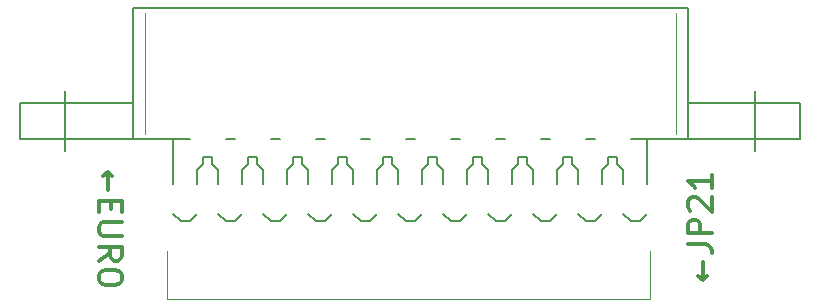
<source format=gto>
G04 #@! TF.GenerationSoftware,KiCad,Pcbnew,(5.1.0)-1*
G04 #@! TF.CreationDate,2019-08-12T14:02:22-04:00*
G04 #@! TF.ProjectId,JP21M_to_EUROF,4a503231-4d5f-4746-9f5f-4555524f462e,rev?*
G04 #@! TF.SameCoordinates,Original*
G04 #@! TF.FileFunction,Legend,Top*
G04 #@! TF.FilePolarity,Positive*
%FSLAX46Y46*%
G04 Gerber Fmt 4.6, Leading zero omitted, Abs format (unit mm)*
G04 Created by KiCad (PCBNEW (5.1.0)-1) date 2019-08-12 14:02:22*
%MOMM*%
%LPD*%
G04 APERTURE LIST*
%ADD10C,0.300000*%
%ADD11C,0.152400*%
%ADD12C,0.050800*%
%ADD13C,0.120000*%
G04 APERTURE END LIST*
D10*
X158542857Y-90804761D02*
X158542857Y-92328571D01*
X158923809Y-91947619D02*
X158542857Y-92328571D01*
X158161904Y-91947619D01*
X157304761Y-89280952D02*
X158733333Y-89280952D01*
X159019047Y-89376190D01*
X159209523Y-89566666D01*
X159304761Y-89852380D01*
X159304761Y-90042857D01*
X159304761Y-88328571D02*
X157304761Y-88328571D01*
X157304761Y-87566666D01*
X157400000Y-87376190D01*
X157495238Y-87280952D01*
X157685714Y-87185714D01*
X157971428Y-87185714D01*
X158161904Y-87280952D01*
X158257142Y-87376190D01*
X158352380Y-87566666D01*
X158352380Y-88328571D01*
X157495238Y-86423809D02*
X157400000Y-86328571D01*
X157304761Y-86138095D01*
X157304761Y-85661904D01*
X157400000Y-85471428D01*
X157495238Y-85376190D01*
X157685714Y-85280952D01*
X157876190Y-85280952D01*
X158161904Y-85376190D01*
X159304761Y-86519047D01*
X159304761Y-85280952D01*
X159304761Y-83376190D02*
X159304761Y-84519047D01*
X159304761Y-83947619D02*
X157304761Y-83947619D01*
X157590476Y-84138095D01*
X157780952Y-84328571D01*
X157876190Y-84519047D01*
X108157142Y-84661904D02*
X108157142Y-83138095D01*
X107776190Y-83519047D02*
X108157142Y-83138095D01*
X108538095Y-83519047D01*
X108442857Y-85614285D02*
X108442857Y-86280952D01*
X107395238Y-86566666D02*
X107395238Y-85614285D01*
X109395238Y-85614285D01*
X109395238Y-86566666D01*
X109395238Y-87423809D02*
X107776190Y-87423809D01*
X107585714Y-87519047D01*
X107490476Y-87614285D01*
X107395238Y-87804761D01*
X107395238Y-88185714D01*
X107490476Y-88376190D01*
X107585714Y-88471428D01*
X107776190Y-88566666D01*
X109395238Y-88566666D01*
X107395238Y-90661904D02*
X108347619Y-89995238D01*
X107395238Y-89519047D02*
X109395238Y-89519047D01*
X109395238Y-90280952D01*
X109300000Y-90471428D01*
X109204761Y-90566666D01*
X109014285Y-90661904D01*
X108728571Y-90661904D01*
X108538095Y-90566666D01*
X108442857Y-90471428D01*
X108347619Y-90280952D01*
X108347619Y-89519047D01*
X109395238Y-91900000D02*
X109395238Y-92280952D01*
X109300000Y-92471428D01*
X109109523Y-92661904D01*
X108728571Y-92757142D01*
X108061904Y-92757142D01*
X107680952Y-92661904D01*
X107490476Y-92471428D01*
X107395238Y-92280952D01*
X107395238Y-91900000D01*
X107490476Y-91709523D01*
X107680952Y-91519047D01*
X108061904Y-91423809D01*
X108728571Y-91423809D01*
X109109523Y-91519047D01*
X109300000Y-91709523D01*
X109395238Y-91900000D01*
D11*
X163010000Y-76286000D02*
X163010000Y-81366000D01*
X104590000Y-76286000D02*
X104590000Y-81366000D01*
D12*
X156279000Y-79969000D02*
X156279000Y-69682000D01*
D11*
X157295000Y-69301000D02*
X157295000Y-77302000D01*
X166820000Y-77302000D02*
X157295000Y-77302000D01*
X166820000Y-77302000D02*
X166820000Y-80350000D01*
X157295000Y-80350000D02*
X166820000Y-80350000D01*
X157295000Y-77302000D02*
X157295000Y-80350000D01*
X153866000Y-80350000D02*
X157295000Y-80350000D01*
X153866000Y-80350000D02*
X153866000Y-84160000D01*
X153231000Y-87335000D02*
X153866000Y-86700000D01*
X152469000Y-87335000D02*
X153231000Y-87335000D01*
X151834000Y-86700000D02*
X152469000Y-87335000D01*
X152469000Y-80350000D02*
X153866000Y-80350000D01*
X151834000Y-83017000D02*
X151834000Y-84160000D01*
X151326000Y-82509000D02*
X151834000Y-83017000D01*
X151326000Y-81874000D02*
X151326000Y-82509000D01*
X150564000Y-81874000D02*
X151326000Y-81874000D01*
X150564000Y-82509000D02*
X150564000Y-81874000D01*
X150056000Y-83017000D02*
X150564000Y-82509000D01*
X150056000Y-84160000D02*
X150056000Y-83017000D01*
X149421000Y-87335000D02*
X150056000Y-86700000D01*
X148659000Y-87335000D02*
X149421000Y-87335000D01*
X148024000Y-86700000D02*
X148659000Y-87335000D01*
X148024000Y-83017000D02*
X148024000Y-84160000D01*
X147516000Y-82509000D02*
X148024000Y-83017000D01*
X147516000Y-81874000D02*
X147516000Y-82509000D01*
X146754000Y-81874000D02*
X147516000Y-81874000D01*
X146754000Y-82509000D02*
X146754000Y-81874000D01*
X146246000Y-83017000D02*
X146754000Y-82509000D01*
X146246000Y-84160000D02*
X146246000Y-83017000D01*
X145611000Y-87335000D02*
X146246000Y-86700000D01*
X148659000Y-80350000D02*
X149421000Y-80350000D01*
X144849000Y-80350000D02*
X145611000Y-80350000D01*
X144849000Y-87335000D02*
X145611000Y-87335000D01*
X144214000Y-86700000D02*
X144849000Y-87335000D01*
X141039000Y-80350000D02*
X141801000Y-80350000D01*
X144214000Y-83017000D02*
X144214000Y-84160000D01*
X143706000Y-82509000D02*
X144214000Y-83017000D01*
X143706000Y-81874000D02*
X143706000Y-82509000D01*
X142944000Y-81874000D02*
X143706000Y-81874000D01*
X142944000Y-82509000D02*
X142944000Y-81874000D01*
X142436000Y-83017000D02*
X142944000Y-82509000D01*
X142436000Y-84160000D02*
X142436000Y-83017000D01*
X141801000Y-87335000D02*
X142436000Y-86700000D01*
X141039000Y-87335000D02*
X141801000Y-87335000D01*
X140404000Y-86700000D02*
X141039000Y-87335000D01*
X140404000Y-83017000D02*
X140404000Y-84160000D01*
X139896000Y-82509000D02*
X140404000Y-83017000D01*
X139896000Y-81874000D02*
X139896000Y-82509000D01*
X139134000Y-81874000D02*
X139896000Y-81874000D01*
X139134000Y-82509000D02*
X139134000Y-81874000D01*
X138626000Y-83017000D02*
X139134000Y-82509000D01*
X138626000Y-84160000D02*
X138626000Y-83017000D01*
X137229000Y-80350000D02*
X137991000Y-80350000D01*
X137991000Y-87335000D02*
X138626000Y-86700000D01*
X137229000Y-87335000D02*
X137991000Y-87335000D01*
X136594000Y-86700000D02*
X137229000Y-87335000D01*
X136594000Y-83017000D02*
X136594000Y-84160000D01*
X136086000Y-82509000D02*
X136594000Y-83017000D01*
X136086000Y-81874000D02*
X136086000Y-82509000D01*
X135324000Y-81874000D02*
X136086000Y-81874000D01*
X135324000Y-82509000D02*
X135324000Y-81874000D01*
X134816000Y-83017000D02*
X135324000Y-82509000D01*
X134816000Y-84160000D02*
X134816000Y-83017000D01*
X134181000Y-87335000D02*
X134816000Y-86700000D01*
X133419000Y-87335000D02*
X134181000Y-87335000D01*
X132784000Y-86700000D02*
X133419000Y-87335000D01*
X133419000Y-80350000D02*
X134181000Y-80350000D01*
X129609000Y-80350000D02*
X130371000Y-80350000D01*
X125799000Y-80350000D02*
X126561000Y-80350000D01*
X132784000Y-83017000D02*
X132784000Y-84160000D01*
X132276000Y-82509000D02*
X132784000Y-83017000D01*
X132276000Y-81874000D02*
X132276000Y-82509000D01*
X131514000Y-81874000D02*
X132276000Y-81874000D01*
X131514000Y-82509000D02*
X131514000Y-81874000D01*
X131006000Y-83017000D02*
X131514000Y-82509000D01*
X131006000Y-84160000D02*
X131006000Y-83017000D01*
X130371000Y-87335000D02*
X131006000Y-86700000D01*
X129609000Y-87335000D02*
X130371000Y-87335000D01*
X128974000Y-86700000D02*
X129609000Y-87335000D01*
X128974000Y-83017000D02*
X128974000Y-84160000D01*
X128466000Y-82509000D02*
X128974000Y-83017000D01*
X128466000Y-81874000D02*
X128466000Y-82509000D01*
X127704000Y-81874000D02*
X128466000Y-81874000D01*
X127704000Y-82509000D02*
X127704000Y-81874000D01*
X127196000Y-83017000D02*
X127704000Y-82509000D01*
X127196000Y-84160000D02*
X127196000Y-83017000D01*
X126561000Y-87335000D02*
X127196000Y-86700000D01*
X125799000Y-87335000D02*
X126561000Y-87335000D01*
X125164000Y-86700000D02*
X125799000Y-87335000D01*
X125164000Y-83017000D02*
X125164000Y-84160000D01*
X124656000Y-82509000D02*
X125164000Y-83017000D01*
X124656000Y-81874000D02*
X124656000Y-82509000D01*
X123894000Y-81874000D02*
X124656000Y-81874000D01*
X123894000Y-82509000D02*
X123894000Y-81874000D01*
X123386000Y-83017000D02*
X123894000Y-82509000D01*
X123386000Y-84160000D02*
X123386000Y-83017000D01*
X122751000Y-87335000D02*
X123386000Y-86700000D01*
X121989000Y-87335000D02*
X122751000Y-87335000D01*
X121354000Y-86700000D02*
X121989000Y-87335000D01*
X121989000Y-80350000D02*
X122751000Y-80350000D01*
X118179000Y-80350000D02*
X118941000Y-80350000D01*
X120084000Y-81874000D02*
X120846000Y-81874000D01*
X116274000Y-81874000D02*
X117036000Y-81874000D01*
X120846000Y-81874000D02*
X120846000Y-82509000D01*
X120084000Y-82509000D02*
X120084000Y-81874000D01*
X121354000Y-83017000D02*
X121354000Y-84160000D01*
X120846000Y-82509000D02*
X121354000Y-83017000D01*
X119576000Y-83017000D02*
X120084000Y-82509000D01*
X115131000Y-87335000D02*
X114369000Y-87335000D01*
X119576000Y-84160000D02*
X119576000Y-83017000D01*
X118941000Y-87335000D02*
X119576000Y-86700000D01*
X118179000Y-87335000D02*
X118941000Y-87335000D01*
X117544000Y-86700000D02*
X118179000Y-87335000D01*
X117544000Y-83017000D02*
X117544000Y-84160000D01*
X117036000Y-82509000D02*
X117544000Y-83017000D01*
X117036000Y-81874000D02*
X117036000Y-82509000D01*
X116274000Y-82509000D02*
X116274000Y-81874000D01*
X115766000Y-83017000D02*
X116274000Y-82509000D01*
X115766000Y-84160000D02*
X115766000Y-83017000D01*
X113734000Y-86700000D02*
X114369000Y-87335000D01*
X115131000Y-87335000D02*
X115766000Y-86700000D01*
X113734000Y-80350000D02*
X113734000Y-84160000D01*
D12*
X111321000Y-79969000D02*
X111321000Y-69682000D01*
D11*
X110305000Y-77302000D02*
X110305000Y-80350000D01*
X113734000Y-80350000D02*
X115131000Y-80350000D01*
X110305000Y-80350000D02*
X113734000Y-80350000D01*
X100780000Y-80350000D02*
X110305000Y-80350000D01*
X100780000Y-77302000D02*
X100780000Y-80350000D01*
X110305000Y-77302000D02*
X100780000Y-77302000D01*
X110305000Y-69301000D02*
X110305000Y-77302000D01*
X157295000Y-69301000D02*
X110305000Y-69301000D01*
D13*
X113150000Y-91310000D02*
X113150000Y-89849500D01*
X154044000Y-93913500D02*
X154044000Y-89849500D01*
X113150000Y-93913500D02*
X154044000Y-93913500D01*
X113150000Y-93850000D02*
X113150000Y-93913500D01*
X113150000Y-93850000D02*
X113150000Y-91310000D01*
M02*

</source>
